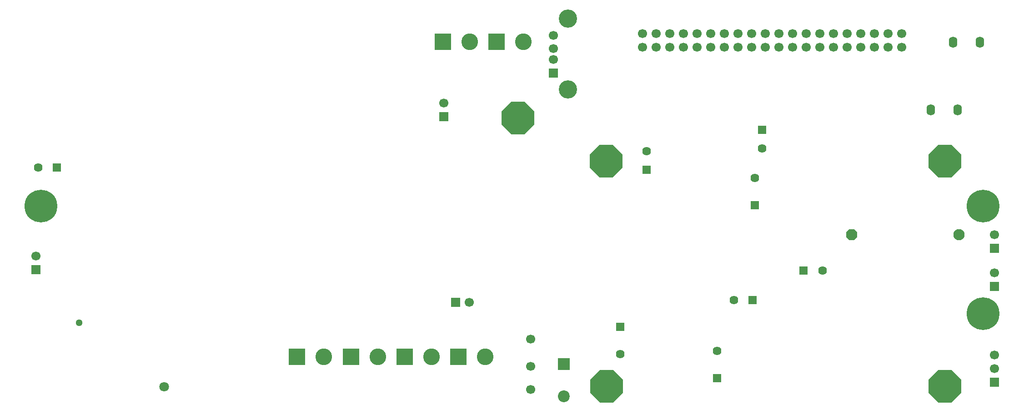
<source format=gbs>
G04*
G04 #@! TF.GenerationSoftware,Altium Limited,Altium Designer,19.1.6 (110)*
G04*
G04 Layer_Color=16711935*
%FSLAX24Y24*%
%MOIN*%
G70*
G01*
G75*
%ADD103C,0.0512*%
%ADD104C,0.0669*%
%ADD105R,0.0669X0.0669*%
%ADD106C,0.1339*%
%ADD107O,0.0630X0.0827*%
%ADD108C,0.0639*%
%ADD109R,0.0639X0.0639*%
%ADD110C,0.1220*%
%ADD111R,0.1220X0.1220*%
%ADD112R,0.0639X0.0639*%
%ADD113C,0.0827*%
%ADD114P,0.0895X8X202.5*%
%ADD115R,0.0669X0.0669*%
%ADD116R,0.0866X0.0866*%
%ADD117C,0.0866*%
%ADD118C,0.0709*%
%ADD119P,0.2599X8X292.5*%
%ADD120C,0.2402*%
D103*
X12992Y24921D02*
D03*
D104*
X39744Y41039D02*
D03*
X47766Y46014D02*
D03*
Y45030D02*
D03*
Y44242D02*
D03*
X80079Y28583D02*
D03*
Y22535D02*
D03*
Y21535D02*
D03*
X69307Y46157D02*
D03*
Y45157D02*
D03*
X70307Y46157D02*
D03*
Y45157D02*
D03*
X71307Y46157D02*
D03*
Y45157D02*
D03*
X72307D02*
D03*
Y46157D02*
D03*
X73307Y45157D02*
D03*
Y46157D02*
D03*
X64307D02*
D03*
Y45157D02*
D03*
X65307Y46157D02*
D03*
Y45157D02*
D03*
X66307Y46157D02*
D03*
Y45157D02*
D03*
X67307D02*
D03*
Y46157D02*
D03*
X68307Y45157D02*
D03*
Y46157D02*
D03*
X59307D02*
D03*
Y45157D02*
D03*
X60307Y46157D02*
D03*
Y45157D02*
D03*
X61307Y46157D02*
D03*
Y45157D02*
D03*
X62307D02*
D03*
Y46157D02*
D03*
X63307Y45157D02*
D03*
Y46157D02*
D03*
X54307D02*
D03*
Y45157D02*
D03*
X55307Y46157D02*
D03*
Y45157D02*
D03*
X56307Y46157D02*
D03*
Y45157D02*
D03*
X57307D02*
D03*
Y46157D02*
D03*
X58307Y45157D02*
D03*
Y46157D02*
D03*
X9843Y29819D02*
D03*
X80079Y31394D02*
D03*
X41591Y26427D02*
D03*
X46102Y23701D02*
D03*
Y21701D02*
D03*
Y20020D02*
D03*
D105*
X39744Y40039D02*
D03*
X47766Y43258D02*
D03*
X80079Y27583D02*
D03*
Y20535D02*
D03*
X9843Y28819D02*
D03*
X80079Y30394D02*
D03*
D106*
X48839Y47234D02*
D03*
Y42047D02*
D03*
D107*
X77382Y40561D02*
D03*
X75413D02*
D03*
X77047Y45512D02*
D03*
X79016D02*
D03*
D108*
X54606Y37520D02*
D03*
X63071Y37717D02*
D03*
X59764Y22835D02*
D03*
X67480Y28740D02*
D03*
X10000Y36299D02*
D03*
X52677Y22598D02*
D03*
X62520Y35543D02*
D03*
X60984Y26575D02*
D03*
D109*
X54606Y36142D02*
D03*
X63071Y39094D02*
D03*
X59764Y20835D02*
D03*
X52677Y24598D02*
D03*
X62520Y33543D02*
D03*
D110*
X41614Y45561D02*
D03*
X45551D02*
D03*
X42756Y22402D02*
D03*
X38819D02*
D03*
X34882D02*
D03*
X30945D02*
D03*
D111*
X39646Y45561D02*
D03*
X43583D02*
D03*
X40787Y22402D02*
D03*
X36850D02*
D03*
X32913D02*
D03*
X28976D02*
D03*
D112*
X66102Y28740D02*
D03*
X11378Y36299D02*
D03*
X62362Y26575D02*
D03*
D113*
X77510Y31368D02*
D03*
D114*
X69636D02*
D03*
D115*
X40591Y26427D02*
D03*
D116*
X48543Y21890D02*
D03*
D117*
Y19528D02*
D03*
D118*
X19213Y20197D02*
D03*
D119*
X45167Y39931D02*
D03*
X76467Y20246D02*
D03*
Y36781D02*
D03*
X51634Y36781D02*
D03*
X51654Y20236D02*
D03*
D120*
X79278Y33468D02*
D03*
Y25594D02*
D03*
X10184Y33468D02*
D03*
M02*

</source>
